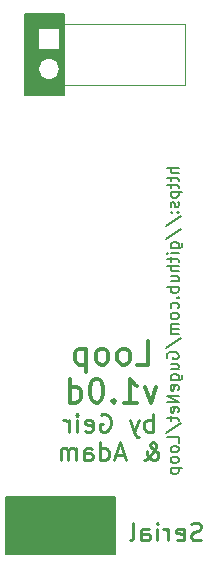
<source format=gbr>
%TF.GenerationSoftware,KiCad,Pcbnew,8.0.5*%
%TF.CreationDate,2024-11-05T23:16:52+01:00*%
%TF.ProjectId,Leveller,4c657665-6c6c-4657-922e-6b696361645f,rev?*%
%TF.SameCoordinates,Original*%
%TF.FileFunction,Legend,Bot*%
%TF.FilePolarity,Positive*%
%FSLAX46Y46*%
G04 Gerber Fmt 4.6, Leading zero omitted, Abs format (unit mm)*
G04 Created by KiCad (PCBNEW 8.0.5) date 2024-11-05 23:16:52*
%MOMM*%
%LPD*%
G01*
G04 APERTURE LIST*
%ADD10C,0.150000*%
%ADD11C,0.220000*%
%ADD12C,0.300000*%
%ADD13C,0.120000*%
%ADD14C,2.700000*%
%ADD15R,1.700000X1.700000*%
%ADD16O,1.700000X1.700000*%
G04 APERTURE END LIST*
D10*
X39993000Y-77530000D02*
X49243000Y-77530000D01*
X49243000Y-82330000D01*
X39993000Y-82330000D01*
X39993000Y-77530000D01*
G36*
X39993000Y-77530000D02*
G01*
X49243000Y-77530000D01*
X49243000Y-82330000D01*
X39993000Y-82330000D01*
X39993000Y-77530000D01*
G37*
X41640000Y-36639000D02*
X44916000Y-36639000D01*
X44916000Y-43476000D01*
X41640000Y-43476000D01*
X41640000Y-36639000D01*
G36*
X41640000Y-36639000D02*
G01*
X44916000Y-36639000D01*
X44916000Y-43476000D01*
X41640000Y-43476000D01*
X41640000Y-36639000D01*
G37*
X54612819Y-49666779D02*
X53612819Y-49666779D01*
X54612819Y-50095350D02*
X54089009Y-50095350D01*
X54089009Y-50095350D02*
X53993771Y-50047731D01*
X53993771Y-50047731D02*
X53946152Y-49952493D01*
X53946152Y-49952493D02*
X53946152Y-49809636D01*
X53946152Y-49809636D02*
X53993771Y-49714398D01*
X53993771Y-49714398D02*
X54041390Y-49666779D01*
X53946152Y-50428684D02*
X53946152Y-50809636D01*
X53612819Y-50571541D02*
X54469961Y-50571541D01*
X54469961Y-50571541D02*
X54565200Y-50619160D01*
X54565200Y-50619160D02*
X54612819Y-50714398D01*
X54612819Y-50714398D02*
X54612819Y-50809636D01*
X53946152Y-51000113D02*
X53946152Y-51381065D01*
X53612819Y-51142970D02*
X54469961Y-51142970D01*
X54469961Y-51142970D02*
X54565200Y-51190589D01*
X54565200Y-51190589D02*
X54612819Y-51285827D01*
X54612819Y-51285827D02*
X54612819Y-51381065D01*
X53946152Y-51714399D02*
X54946152Y-51714399D01*
X53993771Y-51714399D02*
X53946152Y-51809637D01*
X53946152Y-51809637D02*
X53946152Y-52000113D01*
X53946152Y-52000113D02*
X53993771Y-52095351D01*
X53993771Y-52095351D02*
X54041390Y-52142970D01*
X54041390Y-52142970D02*
X54136628Y-52190589D01*
X54136628Y-52190589D02*
X54422342Y-52190589D01*
X54422342Y-52190589D02*
X54517580Y-52142970D01*
X54517580Y-52142970D02*
X54565200Y-52095351D01*
X54565200Y-52095351D02*
X54612819Y-52000113D01*
X54612819Y-52000113D02*
X54612819Y-51809637D01*
X54612819Y-51809637D02*
X54565200Y-51714399D01*
X54565200Y-52571542D02*
X54612819Y-52666780D01*
X54612819Y-52666780D02*
X54612819Y-52857256D01*
X54612819Y-52857256D02*
X54565200Y-52952494D01*
X54565200Y-52952494D02*
X54469961Y-53000113D01*
X54469961Y-53000113D02*
X54422342Y-53000113D01*
X54422342Y-53000113D02*
X54327104Y-52952494D01*
X54327104Y-52952494D02*
X54279485Y-52857256D01*
X54279485Y-52857256D02*
X54279485Y-52714399D01*
X54279485Y-52714399D02*
X54231866Y-52619161D01*
X54231866Y-52619161D02*
X54136628Y-52571542D01*
X54136628Y-52571542D02*
X54089009Y-52571542D01*
X54089009Y-52571542D02*
X53993771Y-52619161D01*
X53993771Y-52619161D02*
X53946152Y-52714399D01*
X53946152Y-52714399D02*
X53946152Y-52857256D01*
X53946152Y-52857256D02*
X53993771Y-52952494D01*
X54517580Y-53428685D02*
X54565200Y-53476304D01*
X54565200Y-53476304D02*
X54612819Y-53428685D01*
X54612819Y-53428685D02*
X54565200Y-53381066D01*
X54565200Y-53381066D02*
X54517580Y-53428685D01*
X54517580Y-53428685D02*
X54612819Y-53428685D01*
X53993771Y-53428685D02*
X54041390Y-53476304D01*
X54041390Y-53476304D02*
X54089009Y-53428685D01*
X54089009Y-53428685D02*
X54041390Y-53381066D01*
X54041390Y-53381066D02*
X53993771Y-53428685D01*
X53993771Y-53428685D02*
X54089009Y-53428685D01*
X53565200Y-54619160D02*
X54850914Y-53762018D01*
X53565200Y-55666779D02*
X54850914Y-54809637D01*
X53946152Y-56428684D02*
X54755676Y-56428684D01*
X54755676Y-56428684D02*
X54850914Y-56381065D01*
X54850914Y-56381065D02*
X54898533Y-56333446D01*
X54898533Y-56333446D02*
X54946152Y-56238208D01*
X54946152Y-56238208D02*
X54946152Y-56095351D01*
X54946152Y-56095351D02*
X54898533Y-56000113D01*
X54565200Y-56428684D02*
X54612819Y-56333446D01*
X54612819Y-56333446D02*
X54612819Y-56142970D01*
X54612819Y-56142970D02*
X54565200Y-56047732D01*
X54565200Y-56047732D02*
X54517580Y-56000113D01*
X54517580Y-56000113D02*
X54422342Y-55952494D01*
X54422342Y-55952494D02*
X54136628Y-55952494D01*
X54136628Y-55952494D02*
X54041390Y-56000113D01*
X54041390Y-56000113D02*
X53993771Y-56047732D01*
X53993771Y-56047732D02*
X53946152Y-56142970D01*
X53946152Y-56142970D02*
X53946152Y-56333446D01*
X53946152Y-56333446D02*
X53993771Y-56428684D01*
X54612819Y-56904875D02*
X53946152Y-56904875D01*
X53612819Y-56904875D02*
X53660438Y-56857256D01*
X53660438Y-56857256D02*
X53708057Y-56904875D01*
X53708057Y-56904875D02*
X53660438Y-56952494D01*
X53660438Y-56952494D02*
X53612819Y-56904875D01*
X53612819Y-56904875D02*
X53708057Y-56904875D01*
X53946152Y-57238208D02*
X53946152Y-57619160D01*
X53612819Y-57381065D02*
X54469961Y-57381065D01*
X54469961Y-57381065D02*
X54565200Y-57428684D01*
X54565200Y-57428684D02*
X54612819Y-57523922D01*
X54612819Y-57523922D02*
X54612819Y-57619160D01*
X54612819Y-57952494D02*
X53612819Y-57952494D01*
X54612819Y-58381065D02*
X54089009Y-58381065D01*
X54089009Y-58381065D02*
X53993771Y-58333446D01*
X53993771Y-58333446D02*
X53946152Y-58238208D01*
X53946152Y-58238208D02*
X53946152Y-58095351D01*
X53946152Y-58095351D02*
X53993771Y-58000113D01*
X53993771Y-58000113D02*
X54041390Y-57952494D01*
X53946152Y-59285827D02*
X54612819Y-59285827D01*
X53946152Y-58857256D02*
X54469961Y-58857256D01*
X54469961Y-58857256D02*
X54565200Y-58904875D01*
X54565200Y-58904875D02*
X54612819Y-59000113D01*
X54612819Y-59000113D02*
X54612819Y-59142970D01*
X54612819Y-59142970D02*
X54565200Y-59238208D01*
X54565200Y-59238208D02*
X54517580Y-59285827D01*
X54612819Y-59762018D02*
X53612819Y-59762018D01*
X53993771Y-59762018D02*
X53946152Y-59857256D01*
X53946152Y-59857256D02*
X53946152Y-60047732D01*
X53946152Y-60047732D02*
X53993771Y-60142970D01*
X53993771Y-60142970D02*
X54041390Y-60190589D01*
X54041390Y-60190589D02*
X54136628Y-60238208D01*
X54136628Y-60238208D02*
X54422342Y-60238208D01*
X54422342Y-60238208D02*
X54517580Y-60190589D01*
X54517580Y-60190589D02*
X54565200Y-60142970D01*
X54565200Y-60142970D02*
X54612819Y-60047732D01*
X54612819Y-60047732D02*
X54612819Y-59857256D01*
X54612819Y-59857256D02*
X54565200Y-59762018D01*
X54517580Y-60666780D02*
X54565200Y-60714399D01*
X54565200Y-60714399D02*
X54612819Y-60666780D01*
X54612819Y-60666780D02*
X54565200Y-60619161D01*
X54565200Y-60619161D02*
X54517580Y-60666780D01*
X54517580Y-60666780D02*
X54612819Y-60666780D01*
X54565200Y-61571541D02*
X54612819Y-61476303D01*
X54612819Y-61476303D02*
X54612819Y-61285827D01*
X54612819Y-61285827D02*
X54565200Y-61190589D01*
X54565200Y-61190589D02*
X54517580Y-61142970D01*
X54517580Y-61142970D02*
X54422342Y-61095351D01*
X54422342Y-61095351D02*
X54136628Y-61095351D01*
X54136628Y-61095351D02*
X54041390Y-61142970D01*
X54041390Y-61142970D02*
X53993771Y-61190589D01*
X53993771Y-61190589D02*
X53946152Y-61285827D01*
X53946152Y-61285827D02*
X53946152Y-61476303D01*
X53946152Y-61476303D02*
X53993771Y-61571541D01*
X54612819Y-62142970D02*
X54565200Y-62047732D01*
X54565200Y-62047732D02*
X54517580Y-62000113D01*
X54517580Y-62000113D02*
X54422342Y-61952494D01*
X54422342Y-61952494D02*
X54136628Y-61952494D01*
X54136628Y-61952494D02*
X54041390Y-62000113D01*
X54041390Y-62000113D02*
X53993771Y-62047732D01*
X53993771Y-62047732D02*
X53946152Y-62142970D01*
X53946152Y-62142970D02*
X53946152Y-62285827D01*
X53946152Y-62285827D02*
X53993771Y-62381065D01*
X53993771Y-62381065D02*
X54041390Y-62428684D01*
X54041390Y-62428684D02*
X54136628Y-62476303D01*
X54136628Y-62476303D02*
X54422342Y-62476303D01*
X54422342Y-62476303D02*
X54517580Y-62428684D01*
X54517580Y-62428684D02*
X54565200Y-62381065D01*
X54565200Y-62381065D02*
X54612819Y-62285827D01*
X54612819Y-62285827D02*
X54612819Y-62142970D01*
X54612819Y-62904875D02*
X53946152Y-62904875D01*
X54041390Y-62904875D02*
X53993771Y-62952494D01*
X53993771Y-62952494D02*
X53946152Y-63047732D01*
X53946152Y-63047732D02*
X53946152Y-63190589D01*
X53946152Y-63190589D02*
X53993771Y-63285827D01*
X53993771Y-63285827D02*
X54089009Y-63333446D01*
X54089009Y-63333446D02*
X54612819Y-63333446D01*
X54089009Y-63333446D02*
X53993771Y-63381065D01*
X53993771Y-63381065D02*
X53946152Y-63476303D01*
X53946152Y-63476303D02*
X53946152Y-63619160D01*
X53946152Y-63619160D02*
X53993771Y-63714399D01*
X53993771Y-63714399D02*
X54089009Y-63762018D01*
X54089009Y-63762018D02*
X54612819Y-63762018D01*
X53565200Y-64952493D02*
X54850914Y-64095351D01*
X53660438Y-65809636D02*
X53612819Y-65714398D01*
X53612819Y-65714398D02*
X53612819Y-65571541D01*
X53612819Y-65571541D02*
X53660438Y-65428684D01*
X53660438Y-65428684D02*
X53755676Y-65333446D01*
X53755676Y-65333446D02*
X53850914Y-65285827D01*
X53850914Y-65285827D02*
X54041390Y-65238208D01*
X54041390Y-65238208D02*
X54184247Y-65238208D01*
X54184247Y-65238208D02*
X54374723Y-65285827D01*
X54374723Y-65285827D02*
X54469961Y-65333446D01*
X54469961Y-65333446D02*
X54565200Y-65428684D01*
X54565200Y-65428684D02*
X54612819Y-65571541D01*
X54612819Y-65571541D02*
X54612819Y-65666779D01*
X54612819Y-65666779D02*
X54565200Y-65809636D01*
X54565200Y-65809636D02*
X54517580Y-65857255D01*
X54517580Y-65857255D02*
X54184247Y-65857255D01*
X54184247Y-65857255D02*
X54184247Y-65666779D01*
X53946152Y-66714398D02*
X54612819Y-66714398D01*
X53946152Y-66285827D02*
X54469961Y-66285827D01*
X54469961Y-66285827D02*
X54565200Y-66333446D01*
X54565200Y-66333446D02*
X54612819Y-66428684D01*
X54612819Y-66428684D02*
X54612819Y-66571541D01*
X54612819Y-66571541D02*
X54565200Y-66666779D01*
X54565200Y-66666779D02*
X54517580Y-66714398D01*
X53946152Y-67619160D02*
X54755676Y-67619160D01*
X54755676Y-67619160D02*
X54850914Y-67571541D01*
X54850914Y-67571541D02*
X54898533Y-67523922D01*
X54898533Y-67523922D02*
X54946152Y-67428684D01*
X54946152Y-67428684D02*
X54946152Y-67285827D01*
X54946152Y-67285827D02*
X54898533Y-67190589D01*
X54565200Y-67619160D02*
X54612819Y-67523922D01*
X54612819Y-67523922D02*
X54612819Y-67333446D01*
X54612819Y-67333446D02*
X54565200Y-67238208D01*
X54565200Y-67238208D02*
X54517580Y-67190589D01*
X54517580Y-67190589D02*
X54422342Y-67142970D01*
X54422342Y-67142970D02*
X54136628Y-67142970D01*
X54136628Y-67142970D02*
X54041390Y-67190589D01*
X54041390Y-67190589D02*
X53993771Y-67238208D01*
X53993771Y-67238208D02*
X53946152Y-67333446D01*
X53946152Y-67333446D02*
X53946152Y-67523922D01*
X53946152Y-67523922D02*
X53993771Y-67619160D01*
X54565200Y-68476303D02*
X54612819Y-68381065D01*
X54612819Y-68381065D02*
X54612819Y-68190589D01*
X54612819Y-68190589D02*
X54565200Y-68095351D01*
X54565200Y-68095351D02*
X54469961Y-68047732D01*
X54469961Y-68047732D02*
X54089009Y-68047732D01*
X54089009Y-68047732D02*
X53993771Y-68095351D01*
X53993771Y-68095351D02*
X53946152Y-68190589D01*
X53946152Y-68190589D02*
X53946152Y-68381065D01*
X53946152Y-68381065D02*
X53993771Y-68476303D01*
X53993771Y-68476303D02*
X54089009Y-68523922D01*
X54089009Y-68523922D02*
X54184247Y-68523922D01*
X54184247Y-68523922D02*
X54279485Y-68047732D01*
X54612819Y-68952494D02*
X53612819Y-68952494D01*
X53612819Y-68952494D02*
X54612819Y-69523922D01*
X54612819Y-69523922D02*
X53612819Y-69523922D01*
X54565200Y-70381065D02*
X54612819Y-70285827D01*
X54612819Y-70285827D02*
X54612819Y-70095351D01*
X54612819Y-70095351D02*
X54565200Y-70000113D01*
X54565200Y-70000113D02*
X54469961Y-69952494D01*
X54469961Y-69952494D02*
X54089009Y-69952494D01*
X54089009Y-69952494D02*
X53993771Y-70000113D01*
X53993771Y-70000113D02*
X53946152Y-70095351D01*
X53946152Y-70095351D02*
X53946152Y-70285827D01*
X53946152Y-70285827D02*
X53993771Y-70381065D01*
X53993771Y-70381065D02*
X54089009Y-70428684D01*
X54089009Y-70428684D02*
X54184247Y-70428684D01*
X54184247Y-70428684D02*
X54279485Y-69952494D01*
X53946152Y-70714399D02*
X53946152Y-71095351D01*
X53612819Y-70857256D02*
X54469961Y-70857256D01*
X54469961Y-70857256D02*
X54565200Y-70904875D01*
X54565200Y-70904875D02*
X54612819Y-71000113D01*
X54612819Y-71000113D02*
X54612819Y-71095351D01*
X53565200Y-72142970D02*
X54850914Y-71285828D01*
X54612819Y-72952494D02*
X54612819Y-72476304D01*
X54612819Y-72476304D02*
X53612819Y-72476304D01*
X54612819Y-73428685D02*
X54565200Y-73333447D01*
X54565200Y-73333447D02*
X54517580Y-73285828D01*
X54517580Y-73285828D02*
X54422342Y-73238209D01*
X54422342Y-73238209D02*
X54136628Y-73238209D01*
X54136628Y-73238209D02*
X54041390Y-73285828D01*
X54041390Y-73285828D02*
X53993771Y-73333447D01*
X53993771Y-73333447D02*
X53946152Y-73428685D01*
X53946152Y-73428685D02*
X53946152Y-73571542D01*
X53946152Y-73571542D02*
X53993771Y-73666780D01*
X53993771Y-73666780D02*
X54041390Y-73714399D01*
X54041390Y-73714399D02*
X54136628Y-73762018D01*
X54136628Y-73762018D02*
X54422342Y-73762018D01*
X54422342Y-73762018D02*
X54517580Y-73714399D01*
X54517580Y-73714399D02*
X54565200Y-73666780D01*
X54565200Y-73666780D02*
X54612819Y-73571542D01*
X54612819Y-73571542D02*
X54612819Y-73428685D01*
X54612819Y-74333447D02*
X54565200Y-74238209D01*
X54565200Y-74238209D02*
X54517580Y-74190590D01*
X54517580Y-74190590D02*
X54422342Y-74142971D01*
X54422342Y-74142971D02*
X54136628Y-74142971D01*
X54136628Y-74142971D02*
X54041390Y-74190590D01*
X54041390Y-74190590D02*
X53993771Y-74238209D01*
X53993771Y-74238209D02*
X53946152Y-74333447D01*
X53946152Y-74333447D02*
X53946152Y-74476304D01*
X53946152Y-74476304D02*
X53993771Y-74571542D01*
X53993771Y-74571542D02*
X54041390Y-74619161D01*
X54041390Y-74619161D02*
X54136628Y-74666780D01*
X54136628Y-74666780D02*
X54422342Y-74666780D01*
X54422342Y-74666780D02*
X54517580Y-74619161D01*
X54517580Y-74619161D02*
X54565200Y-74571542D01*
X54565200Y-74571542D02*
X54612819Y-74476304D01*
X54612819Y-74476304D02*
X54612819Y-74333447D01*
X53946152Y-75095352D02*
X54946152Y-75095352D01*
X53993771Y-75095352D02*
X53946152Y-75190590D01*
X53946152Y-75190590D02*
X53946152Y-75381066D01*
X53946152Y-75381066D02*
X53993771Y-75476304D01*
X53993771Y-75476304D02*
X54041390Y-75523923D01*
X54041390Y-75523923D02*
X54136628Y-75571542D01*
X54136628Y-75571542D02*
X54422342Y-75571542D01*
X54422342Y-75571542D02*
X54517580Y-75523923D01*
X54517580Y-75523923D02*
X54565200Y-75476304D01*
X54565200Y-75476304D02*
X54612819Y-75381066D01*
X54612819Y-75381066D02*
X54612819Y-75190590D01*
X54612819Y-75190590D02*
X54565200Y-75095352D01*
D11*
X52446571Y-72000072D02*
X52446571Y-70500072D01*
X52446571Y-71071501D02*
X52303714Y-71000072D01*
X52303714Y-71000072D02*
X52017999Y-71000072D01*
X52017999Y-71000072D02*
X51875142Y-71071501D01*
X51875142Y-71071501D02*
X51803714Y-71142929D01*
X51803714Y-71142929D02*
X51732285Y-71285786D01*
X51732285Y-71285786D02*
X51732285Y-71714358D01*
X51732285Y-71714358D02*
X51803714Y-71857215D01*
X51803714Y-71857215D02*
X51875142Y-71928644D01*
X51875142Y-71928644D02*
X52017999Y-72000072D01*
X52017999Y-72000072D02*
X52303714Y-72000072D01*
X52303714Y-72000072D02*
X52446571Y-71928644D01*
X51232285Y-71000072D02*
X50875142Y-72000072D01*
X50517999Y-71000072D02*
X50875142Y-72000072D01*
X50875142Y-72000072D02*
X51017999Y-72357215D01*
X51017999Y-72357215D02*
X51089428Y-72428644D01*
X51089428Y-72428644D02*
X51232285Y-72500072D01*
X48017999Y-70571501D02*
X48160857Y-70500072D01*
X48160857Y-70500072D02*
X48375142Y-70500072D01*
X48375142Y-70500072D02*
X48589428Y-70571501D01*
X48589428Y-70571501D02*
X48732285Y-70714358D01*
X48732285Y-70714358D02*
X48803714Y-70857215D01*
X48803714Y-70857215D02*
X48875142Y-71142929D01*
X48875142Y-71142929D02*
X48875142Y-71357215D01*
X48875142Y-71357215D02*
X48803714Y-71642929D01*
X48803714Y-71642929D02*
X48732285Y-71785786D01*
X48732285Y-71785786D02*
X48589428Y-71928644D01*
X48589428Y-71928644D02*
X48375142Y-72000072D01*
X48375142Y-72000072D02*
X48232285Y-72000072D01*
X48232285Y-72000072D02*
X48017999Y-71928644D01*
X48017999Y-71928644D02*
X47946571Y-71857215D01*
X47946571Y-71857215D02*
X47946571Y-71357215D01*
X47946571Y-71357215D02*
X48232285Y-71357215D01*
X46732285Y-71928644D02*
X46875142Y-72000072D01*
X46875142Y-72000072D02*
X47160857Y-72000072D01*
X47160857Y-72000072D02*
X47303714Y-71928644D01*
X47303714Y-71928644D02*
X47375142Y-71785786D01*
X47375142Y-71785786D02*
X47375142Y-71214358D01*
X47375142Y-71214358D02*
X47303714Y-71071501D01*
X47303714Y-71071501D02*
X47160857Y-71000072D01*
X47160857Y-71000072D02*
X46875142Y-71000072D01*
X46875142Y-71000072D02*
X46732285Y-71071501D01*
X46732285Y-71071501D02*
X46660857Y-71214358D01*
X46660857Y-71214358D02*
X46660857Y-71357215D01*
X46660857Y-71357215D02*
X47375142Y-71500072D01*
X46018000Y-72000072D02*
X46018000Y-71000072D01*
X46018000Y-70500072D02*
X46089428Y-70571501D01*
X46089428Y-70571501D02*
X46018000Y-70642929D01*
X46018000Y-70642929D02*
X45946571Y-70571501D01*
X45946571Y-70571501D02*
X46018000Y-70500072D01*
X46018000Y-70500072D02*
X46018000Y-70642929D01*
X45303714Y-72000072D02*
X45303714Y-71000072D01*
X45303714Y-71285786D02*
X45232285Y-71142929D01*
X45232285Y-71142929D02*
X45160857Y-71071501D01*
X45160857Y-71071501D02*
X45017999Y-71000072D01*
X45017999Y-71000072D02*
X44875142Y-71000072D01*
X51696571Y-74414988D02*
X51768000Y-74414988D01*
X51768000Y-74414988D02*
X51910857Y-74343560D01*
X51910857Y-74343560D02*
X52125142Y-74129274D01*
X52125142Y-74129274D02*
X52482285Y-73700702D01*
X52482285Y-73700702D02*
X52625142Y-73486417D01*
X52625142Y-73486417D02*
X52696571Y-73272131D01*
X52696571Y-73272131D02*
X52696571Y-73129274D01*
X52696571Y-73129274D02*
X52625142Y-72986417D01*
X52625142Y-72986417D02*
X52482285Y-72914988D01*
X52482285Y-72914988D02*
X52410857Y-72914988D01*
X52410857Y-72914988D02*
X52268000Y-72986417D01*
X52268000Y-72986417D02*
X52196571Y-73129274D01*
X52196571Y-73129274D02*
X52196571Y-73200702D01*
X52196571Y-73200702D02*
X52268000Y-73343560D01*
X52268000Y-73343560D02*
X52339428Y-73414988D01*
X52339428Y-73414988D02*
X52768000Y-73700702D01*
X52768000Y-73700702D02*
X52839428Y-73772131D01*
X52839428Y-73772131D02*
X52910857Y-73914988D01*
X52910857Y-73914988D02*
X52910857Y-74129274D01*
X52910857Y-74129274D02*
X52839428Y-74272131D01*
X52839428Y-74272131D02*
X52768000Y-74343560D01*
X52768000Y-74343560D02*
X52625142Y-74414988D01*
X52625142Y-74414988D02*
X52410857Y-74414988D01*
X52410857Y-74414988D02*
X52268000Y-74343560D01*
X52268000Y-74343560D02*
X52196571Y-74272131D01*
X52196571Y-74272131D02*
X51982285Y-73986417D01*
X51982285Y-73986417D02*
X51910857Y-73772131D01*
X51910857Y-73772131D02*
X51910857Y-73629274D01*
X49982285Y-73986417D02*
X49268000Y-73986417D01*
X50125142Y-74414988D02*
X49625142Y-72914988D01*
X49625142Y-72914988D02*
X49125142Y-74414988D01*
X47982286Y-74414988D02*
X47982286Y-72914988D01*
X47982286Y-74343560D02*
X48125143Y-74414988D01*
X48125143Y-74414988D02*
X48410857Y-74414988D01*
X48410857Y-74414988D02*
X48553714Y-74343560D01*
X48553714Y-74343560D02*
X48625143Y-74272131D01*
X48625143Y-74272131D02*
X48696571Y-74129274D01*
X48696571Y-74129274D02*
X48696571Y-73700702D01*
X48696571Y-73700702D02*
X48625143Y-73557845D01*
X48625143Y-73557845D02*
X48553714Y-73486417D01*
X48553714Y-73486417D02*
X48410857Y-73414988D01*
X48410857Y-73414988D02*
X48125143Y-73414988D01*
X48125143Y-73414988D02*
X47982286Y-73486417D01*
X46625143Y-74414988D02*
X46625143Y-73629274D01*
X46625143Y-73629274D02*
X46696571Y-73486417D01*
X46696571Y-73486417D02*
X46839428Y-73414988D01*
X46839428Y-73414988D02*
X47125143Y-73414988D01*
X47125143Y-73414988D02*
X47268000Y-73486417D01*
X46625143Y-74343560D02*
X46768000Y-74414988D01*
X46768000Y-74414988D02*
X47125143Y-74414988D01*
X47125143Y-74414988D02*
X47268000Y-74343560D01*
X47268000Y-74343560D02*
X47339428Y-74200702D01*
X47339428Y-74200702D02*
X47339428Y-74057845D01*
X47339428Y-74057845D02*
X47268000Y-73914988D01*
X47268000Y-73914988D02*
X47125143Y-73843560D01*
X47125143Y-73843560D02*
X46768000Y-73843560D01*
X46768000Y-73843560D02*
X46625143Y-73772131D01*
X45910857Y-74414988D02*
X45910857Y-73414988D01*
X45910857Y-73557845D02*
X45839428Y-73486417D01*
X45839428Y-73486417D02*
X45696571Y-73414988D01*
X45696571Y-73414988D02*
X45482285Y-73414988D01*
X45482285Y-73414988D02*
X45339428Y-73486417D01*
X45339428Y-73486417D02*
X45268000Y-73629274D01*
X45268000Y-73629274D02*
X45268000Y-74414988D01*
X45268000Y-73629274D02*
X45196571Y-73486417D01*
X45196571Y-73486417D02*
X45053714Y-73414988D01*
X45053714Y-73414988D02*
X44839428Y-73414988D01*
X44839428Y-73414988D02*
X44696571Y-73486417D01*
X44696571Y-73486417D02*
X44625142Y-73629274D01*
X44625142Y-73629274D02*
X44625142Y-74414988D01*
X56537549Y-81143560D02*
X56323264Y-81214988D01*
X56323264Y-81214988D02*
X55966121Y-81214988D01*
X55966121Y-81214988D02*
X55823264Y-81143560D01*
X55823264Y-81143560D02*
X55751835Y-81072131D01*
X55751835Y-81072131D02*
X55680406Y-80929274D01*
X55680406Y-80929274D02*
X55680406Y-80786417D01*
X55680406Y-80786417D02*
X55751835Y-80643560D01*
X55751835Y-80643560D02*
X55823264Y-80572131D01*
X55823264Y-80572131D02*
X55966121Y-80500702D01*
X55966121Y-80500702D02*
X56251835Y-80429274D01*
X56251835Y-80429274D02*
X56394692Y-80357845D01*
X56394692Y-80357845D02*
X56466121Y-80286417D01*
X56466121Y-80286417D02*
X56537549Y-80143560D01*
X56537549Y-80143560D02*
X56537549Y-80000702D01*
X56537549Y-80000702D02*
X56466121Y-79857845D01*
X56466121Y-79857845D02*
X56394692Y-79786417D01*
X56394692Y-79786417D02*
X56251835Y-79714988D01*
X56251835Y-79714988D02*
X55894692Y-79714988D01*
X55894692Y-79714988D02*
X55680406Y-79786417D01*
X54466121Y-81143560D02*
X54608978Y-81214988D01*
X54608978Y-81214988D02*
X54894693Y-81214988D01*
X54894693Y-81214988D02*
X55037550Y-81143560D01*
X55037550Y-81143560D02*
X55108978Y-81000702D01*
X55108978Y-81000702D02*
X55108978Y-80429274D01*
X55108978Y-80429274D02*
X55037550Y-80286417D01*
X55037550Y-80286417D02*
X54894693Y-80214988D01*
X54894693Y-80214988D02*
X54608978Y-80214988D01*
X54608978Y-80214988D02*
X54466121Y-80286417D01*
X54466121Y-80286417D02*
X54394693Y-80429274D01*
X54394693Y-80429274D02*
X54394693Y-80572131D01*
X54394693Y-80572131D02*
X55108978Y-80714988D01*
X53751836Y-81214988D02*
X53751836Y-80214988D01*
X53751836Y-80500702D02*
X53680407Y-80357845D01*
X53680407Y-80357845D02*
X53608979Y-80286417D01*
X53608979Y-80286417D02*
X53466121Y-80214988D01*
X53466121Y-80214988D02*
X53323264Y-80214988D01*
X52823265Y-81214988D02*
X52823265Y-80214988D01*
X52823265Y-79714988D02*
X52894693Y-79786417D01*
X52894693Y-79786417D02*
X52823265Y-79857845D01*
X52823265Y-79857845D02*
X52751836Y-79786417D01*
X52751836Y-79786417D02*
X52823265Y-79714988D01*
X52823265Y-79714988D02*
X52823265Y-79857845D01*
X51466122Y-81214988D02*
X51466122Y-80429274D01*
X51466122Y-80429274D02*
X51537550Y-80286417D01*
X51537550Y-80286417D02*
X51680407Y-80214988D01*
X51680407Y-80214988D02*
X51966122Y-80214988D01*
X51966122Y-80214988D02*
X52108979Y-80286417D01*
X51466122Y-81143560D02*
X51608979Y-81214988D01*
X51608979Y-81214988D02*
X51966122Y-81214988D01*
X51966122Y-81214988D02*
X52108979Y-81143560D01*
X52108979Y-81143560D02*
X52180407Y-81000702D01*
X52180407Y-81000702D02*
X52180407Y-80857845D01*
X52180407Y-80857845D02*
X52108979Y-80714988D01*
X52108979Y-80714988D02*
X51966122Y-80643560D01*
X51966122Y-80643560D02*
X51608979Y-80643560D01*
X51608979Y-80643560D02*
X51466122Y-80572131D01*
X50537550Y-81214988D02*
X50680407Y-81143560D01*
X50680407Y-81143560D02*
X50751836Y-81000702D01*
X50751836Y-81000702D02*
X50751836Y-79714988D01*
D12*
X51063238Y-66329750D02*
X52015619Y-66329750D01*
X52015619Y-66329750D02*
X52015619Y-64329750D01*
X50110857Y-66329750D02*
X50301333Y-66234512D01*
X50301333Y-66234512D02*
X50396571Y-66139273D01*
X50396571Y-66139273D02*
X50491809Y-65948797D01*
X50491809Y-65948797D02*
X50491809Y-65377369D01*
X50491809Y-65377369D02*
X50396571Y-65186892D01*
X50396571Y-65186892D02*
X50301333Y-65091654D01*
X50301333Y-65091654D02*
X50110857Y-64996416D01*
X50110857Y-64996416D02*
X49825142Y-64996416D01*
X49825142Y-64996416D02*
X49634666Y-65091654D01*
X49634666Y-65091654D02*
X49539428Y-65186892D01*
X49539428Y-65186892D02*
X49444190Y-65377369D01*
X49444190Y-65377369D02*
X49444190Y-65948797D01*
X49444190Y-65948797D02*
X49539428Y-66139273D01*
X49539428Y-66139273D02*
X49634666Y-66234512D01*
X49634666Y-66234512D02*
X49825142Y-66329750D01*
X49825142Y-66329750D02*
X50110857Y-66329750D01*
X48301333Y-66329750D02*
X48491809Y-66234512D01*
X48491809Y-66234512D02*
X48587047Y-66139273D01*
X48587047Y-66139273D02*
X48682285Y-65948797D01*
X48682285Y-65948797D02*
X48682285Y-65377369D01*
X48682285Y-65377369D02*
X48587047Y-65186892D01*
X48587047Y-65186892D02*
X48491809Y-65091654D01*
X48491809Y-65091654D02*
X48301333Y-64996416D01*
X48301333Y-64996416D02*
X48015618Y-64996416D01*
X48015618Y-64996416D02*
X47825142Y-65091654D01*
X47825142Y-65091654D02*
X47729904Y-65186892D01*
X47729904Y-65186892D02*
X47634666Y-65377369D01*
X47634666Y-65377369D02*
X47634666Y-65948797D01*
X47634666Y-65948797D02*
X47729904Y-66139273D01*
X47729904Y-66139273D02*
X47825142Y-66234512D01*
X47825142Y-66234512D02*
X48015618Y-66329750D01*
X48015618Y-66329750D02*
X48301333Y-66329750D01*
X46777523Y-64996416D02*
X46777523Y-66996416D01*
X46777523Y-65091654D02*
X46587047Y-64996416D01*
X46587047Y-64996416D02*
X46206094Y-64996416D01*
X46206094Y-64996416D02*
X46015618Y-65091654D01*
X46015618Y-65091654D02*
X45920380Y-65186892D01*
X45920380Y-65186892D02*
X45825142Y-65377369D01*
X45825142Y-65377369D02*
X45825142Y-65948797D01*
X45825142Y-65948797D02*
X45920380Y-66139273D01*
X45920380Y-66139273D02*
X46015618Y-66234512D01*
X46015618Y-66234512D02*
X46206094Y-66329750D01*
X46206094Y-66329750D02*
X46587047Y-66329750D01*
X46587047Y-66329750D02*
X46777523Y-66234512D01*
X52729904Y-68216304D02*
X52253714Y-69549638D01*
X52253714Y-69549638D02*
X51777523Y-68216304D01*
X49967999Y-69549638D02*
X51110856Y-69549638D01*
X50539428Y-69549638D02*
X50539428Y-67549638D01*
X50539428Y-67549638D02*
X50729904Y-67835352D01*
X50729904Y-67835352D02*
X50920380Y-68025828D01*
X50920380Y-68025828D02*
X51110856Y-68121066D01*
X49110856Y-69359161D02*
X49015618Y-69454400D01*
X49015618Y-69454400D02*
X49110856Y-69549638D01*
X49110856Y-69549638D02*
X49206094Y-69454400D01*
X49206094Y-69454400D02*
X49110856Y-69359161D01*
X49110856Y-69359161D02*
X49110856Y-69549638D01*
X47777523Y-67549638D02*
X47587046Y-67549638D01*
X47587046Y-67549638D02*
X47396570Y-67644876D01*
X47396570Y-67644876D02*
X47301332Y-67740114D01*
X47301332Y-67740114D02*
X47206094Y-67930590D01*
X47206094Y-67930590D02*
X47110856Y-68311542D01*
X47110856Y-68311542D02*
X47110856Y-68787733D01*
X47110856Y-68787733D02*
X47206094Y-69168685D01*
X47206094Y-69168685D02*
X47301332Y-69359161D01*
X47301332Y-69359161D02*
X47396570Y-69454400D01*
X47396570Y-69454400D02*
X47587046Y-69549638D01*
X47587046Y-69549638D02*
X47777523Y-69549638D01*
X47777523Y-69549638D02*
X47967999Y-69454400D01*
X47967999Y-69454400D02*
X48063237Y-69359161D01*
X48063237Y-69359161D02*
X48158475Y-69168685D01*
X48158475Y-69168685D02*
X48253713Y-68787733D01*
X48253713Y-68787733D02*
X48253713Y-68311542D01*
X48253713Y-68311542D02*
X48158475Y-67930590D01*
X48158475Y-67930590D02*
X48063237Y-67740114D01*
X48063237Y-67740114D02*
X47967999Y-67644876D01*
X47967999Y-67644876D02*
X47777523Y-67549638D01*
X45396570Y-69549638D02*
X45396570Y-67549638D01*
X45396570Y-69454400D02*
X45587046Y-69549638D01*
X45587046Y-69549638D02*
X45967999Y-69549638D01*
X45967999Y-69549638D02*
X46158475Y-69454400D01*
X46158475Y-69454400D02*
X46253713Y-69359161D01*
X46253713Y-69359161D02*
X46348951Y-69168685D01*
X46348951Y-69168685D02*
X46348951Y-68597257D01*
X46348951Y-68597257D02*
X46253713Y-68406780D01*
X46253713Y-68406780D02*
X46158475Y-68311542D01*
X46158475Y-68311542D02*
X45967999Y-68216304D01*
X45967999Y-68216304D02*
X45587046Y-68216304D01*
X45587046Y-68216304D02*
X45396570Y-68311542D01*
D13*
%TO.C,J6*%
X42338000Y-37475000D02*
X42338000Y-38805000D01*
X42338000Y-40075000D02*
X42338000Y-42675000D01*
X42338000Y-42675000D02*
X55158000Y-42675000D01*
X43668000Y-37475000D02*
X42338000Y-37475000D01*
X44938000Y-37475000D02*
X44938000Y-40075000D01*
X44938000Y-37475000D02*
X55158000Y-37475000D01*
X44938000Y-40075000D02*
X42338000Y-40075000D01*
X55158000Y-37475000D02*
X55158000Y-42675000D01*
%TD*%
%LPC*%
D14*
%TO.C,MOUNT1*%
X48768000Y-47625000D03*
%TD*%
D15*
%TO.C,J10*%
X56896000Y-74803000D03*
D16*
X56896000Y-72263000D03*
X56896000Y-69723000D03*
X56896000Y-67183000D03*
X56896000Y-64643000D03*
X56896000Y-62103000D03*
%TD*%
D15*
%TO.C,J8*%
X40640000Y-64643000D03*
D16*
X40640000Y-67183000D03*
X40640000Y-69723000D03*
X40640000Y-72263000D03*
X40640000Y-74803000D03*
%TD*%
D15*
%TO.C,J6*%
X43668000Y-38805000D03*
D16*
X43668000Y-41345000D03*
X46208000Y-38805000D03*
X46208000Y-41345000D03*
X48748000Y-38805000D03*
X48748000Y-41345000D03*
X51288000Y-38805000D03*
X51288000Y-41345000D03*
X53828000Y-38805000D03*
X53828000Y-41345000D03*
%TD*%
%LPD*%
M02*

</source>
